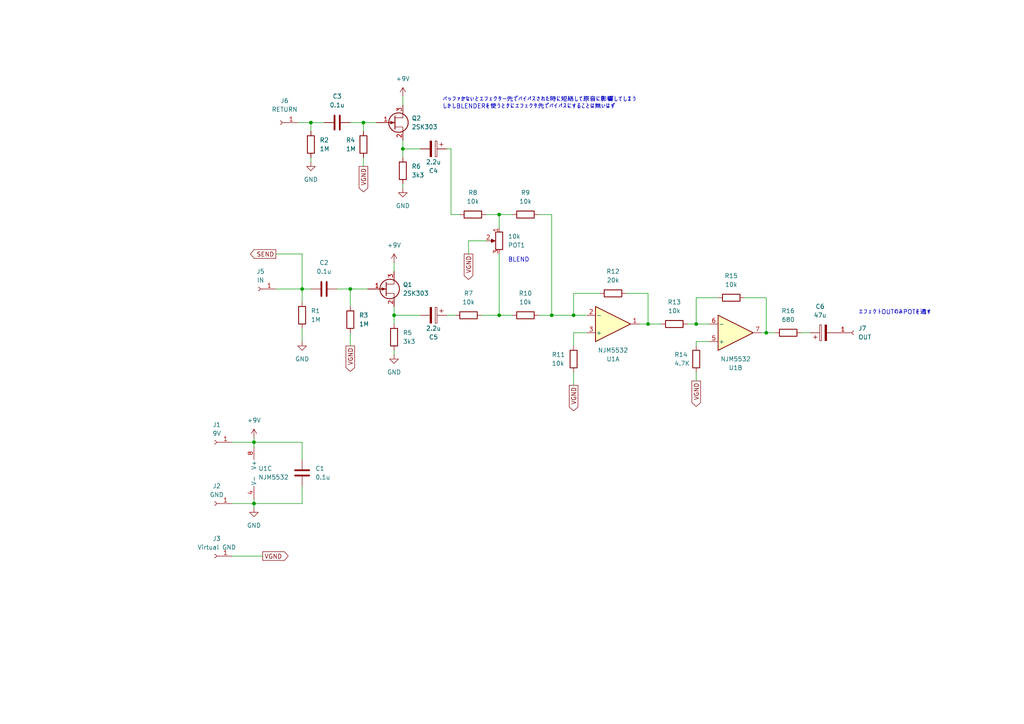
<source format=kicad_sch>
(kicad_sch (version 20211123) (generator eeschema)
  (paper "A4")
  (title_block (title "BLENDER V2.0") (date "2023-09-11") (rev "2.0") (company "ARAGI (101010.fun)"))
  (lib_symbols
    (symbol "Amplifier_Operational:NJM5532" (pin_names (offset 0.127))
      (property "Reference" "U" (at 0 5.08 0))
      (property "Value" "NJM5532" (at 0 -5.08 0))
      (symbol "NJM5532_1_1"
        (polyline (pts (xy -5.08 5.08) (xy 5.08 0) (xy -5.08 -5.08) (xy -5.08 5.08)) (stroke (width 0.254)) (fill (type background)))
        (pin output line (at 7.62 0 180) (length 2.54) (name "~") (number "1"))
        (pin input line (at -7.62 -2.54 0) (length 2.54) (name "-") (number "2"))
        (pin input line (at -7.62 2.54 0) (length 2.54) (name "+") (number "3"))
      )
      (symbol "NJM5532_2_1"
        (polyline (pts (xy -5.08 5.08) (xy 5.08 0) (xy -5.08 -5.08) (xy -5.08 5.08)) (stroke (width 0.254)) (fill (type background)))
        (pin input line (at -7.62 2.54 0) (length 2.54) (name "+") (number "5"))
        (pin input line (at -7.62 -2.54 0) (length 2.54) (name "-") (number "6"))
        (pin output line (at 7.62 0 180) (length 2.54) (name "~") (number "7"))
      )
      (symbol "NJM5532_3_1"
        (pin power_in line (at -2.54 -7.62 90) (length 3.81) (name "V-") (number "4"))
        (pin power_in line (at -2.54 7.62 270) (length 3.81) (name "V+") (number "8"))
      )
    )
    (symbol "Connector:Conn_01x01_Female" (pin_names (offset 1.016) hide)
      (property "Reference" "J" (at 0 2.54 0))
      (property "Value" "Conn_01x01_Female" (at 0 -2.54 0))
      (symbol "Conn_01x01_Female_1_1"
        (polyline (pts (xy -1.27 0) (xy -0.508 0)) (stroke (width 0.1524)))
        (arc (start 0 0.508) (mid -0.508 0) (end 0 -0.508) (stroke (width 0.1524)))
        (pin passive line (at -5.08 0 0) (length 3.81) (name "Pin_1") (number "1"))
      )
    )
    (symbol "Device:C" (pin_numbers hide) (pin_names (offset 0.254))
      (property "Reference" "C" (at 0.635 2.54 0))
      (property "Value" "C" (at 0.635 -2.54 0))
      (symbol "C_0_1"
        (polyline (pts (xy -2.032 -0.762) (xy 2.032 -0.762)) (stroke (width 0.508)))
        (polyline (pts (xy -2.032 0.762) (xy 2.032 0.762)) (stroke (width 0.508)))
      )
      (symbol "C_1_1"
        (pin passive line (at 0 3.81 270) (length 2.794) (name "~") (number "1"))
        (pin passive line (at 0 -3.81 90) (length 2.794) (name "~") (number "2"))
      )
    )
    (symbol "Device:C_Polarized" (pin_numbers hide) (pin_names (offset 0.254))
      (property "Reference" "C" (at 0.635 2.54 0))
      (property "Value" "C_Polarized" (at 0.635 -2.54 0))
      (symbol "C_Polarized_0_1"
        (rectangle (start -2.286 0.508) (end 2.286 1.016))
        (polyline (pts (xy -1.778 2.286) (xy -0.762 2.286)))
        (polyline (pts (xy -1.27 2.794) (xy -1.27 1.778)))
        (rectangle (start 2.286 -0.508) (end -2.286 -1.016) (fill (type outline)))
      )
      (symbol "C_Polarized_1_1"
        (pin passive line (at 0 3.81 270) (length 2.794) (name "~") (number "1"))
        (pin passive line (at 0 -3.81 90) (length 2.794) (name "~") (number "2"))
      )
    )
    (symbol "Device:Q_NJFET_GSD" (pin_names (offset 0) hide)
      (property "Reference" "Q" (at 5.08 1.27 0))
      (property "Value" "Q_NJFET_GSD" (at 5.08 -1.27 0))
      (symbol "Q_NJFET_GSD_0_1"
        (polyline (pts (xy 0.254 1.905) (xy 0.254 -1.905) (xy 0.254 -1.905)) (stroke (width 0.254)))
        (polyline (pts (xy 2.54 -2.54) (xy 2.54 -1.27) (xy 0.254 -1.27)))
        (polyline (pts (xy 2.54 2.54) (xy 2.54 1.397) (xy 0.254 1.397)))
        (polyline (pts (xy 0 0) (xy -1.016 0.381) (xy -1.016 -0.381) (xy 0 0)) (fill (type outline)))
        (circle (center 1.27 0) (radius 2.8194) (stroke (width 0.254)))
      )
      (symbol "Q_NJFET_GSD_1_1"
        (pin input line (at -5.08 0 0) (length 5.334) (name "G") (number "1"))
        (pin passive line (at 2.54 -5.08 90) (length 2.54) (name "S") (number "2"))
        (pin passive line (at 2.54 5.08 270) (length 2.54) (name "D") (number "3"))
      )
    )
    (symbol "Device:R" (pin_numbers hide) (pin_names (offset 0))
      (property "Reference" "R" (at 2.032 0 90))
      (property "Value" "R" (at 0 0 90))
      (symbol "R_0_1"
        (rectangle (start -1.016 -2.54) (end 1.016 2.54) (stroke (width 0.254)))
      )
      (symbol "R_1_1"
        (pin passive line (at 0 3.81 270) (length 1.27) (name "~") (number "1"))
        (pin passive line (at 0 -3.81 90) (length 1.27) (name "~") (number "2"))
      )
    )
    (symbol "Device:R_Potentiometer" (pin_names (offset 1.016) hide)
      (property "Reference" "RV" (at -4.445 0 90))
      (property "Value" "R_Potentiometer" (at -2.54 0 90))
      (symbol "R_Potentiometer_0_1"
        (polyline (pts (xy 2.54 0) (xy 1.524 0)))
        (polyline (pts (xy 1.143 0) (xy 2.286 0.508) (xy 2.286 -0.508) (xy 1.143 0)) (fill (type outline)))
        (rectangle (start 1.016 2.54) (end -1.016 -2.54) (stroke (width 0.254)))
      )
      (symbol "R_Potentiometer_1_1"
        (pin passive line (at 0 3.81 270) (length 1.27) (name "1") (number "1"))
        (pin passive line (at 3.81 0 180) (length 1.27) (name "2") (number "2"))
        (pin passive line (at 0 -3.81 90) (length 1.27) (name "3") (number "3"))
      )
    )
    (symbol "power:+9V" (power) (pin_names (offset 0))
      (property "Value" "+9V" (at 0 3.556 0))
      (symbol "+9V_0_1"
        (polyline (pts (xy -0.762 1.27) (xy 0 2.54)))
        (polyline (pts (xy 0 0) (xy 0 2.54)))
        (polyline (pts (xy 0 2.54) (xy 0.762 1.27)))
      )
      (symbol "+9V_1_1"
        (pin power_in line (at 0 0 90) (length 0) hide (name "+9V") (number "1"))
      )
    )
    (symbol "power:GND" (power) (pin_names (offset 0))
      (property "Value" "GND" (at 0 -3.81 0))
      (symbol "GND_0_1"
        (polyline (pts (xy 0 0) (xy 0 -1.27) (xy 1.27 -1.27) (xy 0 -2.54) (xy -1.27 -1.27) (xy 0 -1.27)))
      )
      (symbol "GND_1_1"
        (pin power_in line (at 0 0 270) (length 0) hide (name "GND") (number "1"))
      )
    )
  )
  (junction (at 105.41 35.56))
  (junction (at 166.37 91.44))
  (junction (at 114.3 91.44))
  (junction (at 187.96 93.98))
  (junction (at 101.6 83.82))
  (junction (at 144.78 91.44))
  (junction (at 116.84 43.18))
  (junction (at 144.78 62.23))
  (junction (at 201.93 93.98))
  (junction (at 160.02 91.44))
  (junction (at 90.17 35.56))
  (junction (at 73.66 128.27))
  (junction (at 73.66 146.05))
  (junction (at 87.63 83.82))
  (junction (at 222.25 96.52))
  (wire (pts (xy 166.37 91.44) (xy 170.18 91.44)))
  (wire (pts (xy 114.3 93.98) (xy 114.3 91.44)))
  (wire (pts (xy 201.93 107.95) (xy 201.93 110.49)))
  (wire (pts (xy 156.21 62.23) (xy 160.02 62.23)))
  (wire (pts (xy 222.25 96.52) (xy 220.98 96.52)))
  (wire (pts (xy 90.17 35.56) (xy 93.98 35.56)))
  (wire (pts (xy 73.66 128.27) (xy 87.63 128.27)))
  (wire (pts (xy 130.81 62.23) (xy 133.35 62.23)))
  (wire (pts (xy 73.66 146.05) (xy 87.63 146.05)))
  (wire (pts (xy 140.97 62.23) (xy 144.78 62.23)))
  (wire (pts (xy 90.17 45.72) (xy 90.17 46.99)))
  (wire (pts (xy 170.18 96.52) (xy 166.37 96.52)))
  (wire (pts (xy 105.41 35.56) (xy 109.22 35.56)))
  (wire (pts (xy 116.84 53.34) (xy 116.84 54.61)))
  (wire (pts (xy 114.3 91.44) (xy 114.3 88.9)))
  (wire (pts (xy 101.6 96.52) (xy 101.6 100.33)))
  (wire (pts (xy 135.89 69.85) (xy 140.97 69.85)))
  (wire (pts (xy 90.17 35.56) (xy 90.17 38.1)))
  (wire (pts (xy 101.6 35.56) (xy 105.41 35.56)))
  (wire (pts (xy 187.96 85.09) (xy 181.61 85.09)))
  (wire (pts (xy 232.41 96.52) (xy 234.95 96.52)))
  (wire (pts (xy 87.63 146.05) (xy 87.63 140.97)))
  (wire (pts (xy 73.66 128.27) (xy 67.31 128.27)))
  (wire (pts (xy 222.25 96.52) (xy 224.79 96.52)))
  (wire (pts (xy 101.6 83.82) (xy 106.68 83.82)))
  (wire (pts (xy 87.63 83.82) (xy 90.17 83.82)))
  (wire (pts (xy 222.25 86.36) (xy 222.25 96.52)))
  (wire (pts (xy 67.31 146.05) (xy 73.66 146.05)))
  (wire (pts (xy 114.3 76.2) (xy 114.3 78.74)))
  (wire (pts (xy 129.54 91.44) (xy 132.08 91.44)))
  (wire (pts (xy 73.66 127) (xy 73.66 128.27)))
  (wire (pts (xy 208.28 86.36) (xy 201.93 86.36)))
  (wire (pts (xy 144.78 62.23) (xy 144.78 66.04)))
  (wire (pts (xy 160.02 91.44) (xy 156.21 91.44)))
  (wire (pts (xy 105.41 35.56) (xy 105.41 38.1)))
  (wire (pts (xy 116.84 43.18) (xy 121.92 43.18)))
  (wire (pts (xy 73.66 144.78) (xy 73.66 146.05)))
  (wire (pts (xy 144.78 91.44) (xy 148.59 91.44)))
  (wire (pts (xy 87.63 128.27) (xy 87.63 133.35)))
  (wire (pts (xy 130.81 43.18) (xy 129.54 43.18)))
  (wire (pts (xy 87.63 83.82) (xy 87.63 87.63)))
  (wire (pts (xy 116.84 40.64) (xy 116.84 43.18)))
  (wire (pts (xy 101.6 83.82) (xy 101.6 88.9)))
  (wire (pts (xy 67.31 161.29) (xy 76.2 161.29)))
  (wire (pts (xy 135.89 69.85) (xy 135.89 73.66)))
  (wire (pts (xy 201.93 93.98) (xy 205.74 93.98)))
  (wire (pts (xy 130.81 43.18) (xy 130.81 62.23)))
  (wire (pts (xy 166.37 107.95) (xy 166.37 111.76)))
  (wire (pts (xy 215.9 86.36) (xy 222.25 86.36)))
  (wire (pts (xy 87.63 73.66) (xy 87.63 83.82)))
  (wire (pts (xy 144.78 62.23) (xy 148.59 62.23)))
  (wire (pts (xy 166.37 96.52) (xy 166.37 100.33)))
  (wire (pts (xy 139.7 91.44) (xy 144.78 91.44)))
  (wire (pts (xy 116.84 27.94) (xy 116.84 30.48)))
  (wire (pts (xy 105.41 45.72) (xy 105.41 48.26)))
  (wire (pts (xy 201.93 99.06) (xy 201.93 100.33)))
  (wire (pts (xy 80.01 83.82) (xy 87.63 83.82)))
  (wire (pts (xy 166.37 85.09) (xy 173.99 85.09)))
  (wire (pts (xy 205.74 99.06) (xy 201.93 99.06)))
  (wire (pts (xy 114.3 101.6) (xy 114.3 102.87)))
  (wire (pts (xy 114.3 91.44) (xy 121.92 91.44)))
  (wire (pts (xy 160.02 91.44) (xy 166.37 91.44)))
  (wire (pts (xy 86.36 35.56) (xy 90.17 35.56)))
  (wire (pts (xy 201.93 86.36) (xy 201.93 93.98)))
  (wire (pts (xy 187.96 93.98) (xy 187.96 85.09)))
  (wire (pts (xy 144.78 91.44) (xy 144.78 73.66)))
  (wire (pts (xy 160.02 62.23) (xy 160.02 91.44)))
  (wire (pts (xy 97.79 83.82) (xy 101.6 83.82)))
  (wire (pts (xy 185.42 93.98) (xy 187.96 93.98)))
  (wire (pts (xy 73.66 146.05) (xy 73.66 147.32)))
  (wire (pts (xy 80.01 73.66) (xy 87.63 73.66)))
  (wire (pts (xy 87.63 95.25) (xy 87.63 99.06)))
  (wire (pts (xy 73.66 128.27) (xy 73.66 129.54)))
  (wire (pts (xy 199.39 93.98) (xy 201.93 93.98)))
  (wire (pts (xy 187.96 93.98) (xy 191.77 93.98)))
  (wire (pts (xy 116.84 43.18) (xy 116.84 45.72)))
  (wire (pts (xy 166.37 85.09) (xy 166.37 91.44)))
  (text "BLEND" (at 147.32 76.2 0) (effects (font (size 1.27 1.27)) (justify left bottom)))
  (text "エフェクトOUTのみPOTを通す" (at 248.92 91.44 0) (effects (font (size 1.27 1.27)) (justify left bottom)))
  (text "バッファがないとエフェクター先でバイパスされた時に短絡して原音に影響してしまう\nしかしBLENDERを使うときにエフェクタ先でバイパスにすることは無いはず" (at 128.27 31.75 0) (effects (font (size 1.27 1.27)) (justify left bottom)))
  (global_label "VGND" (shape output) (at 76.2 161.29 0) (property "Intersheet References" "${INTERSHEET_REFS}" (effects hide)))
  (global_label "SEND" (shape output) (at 80.01 73.66 180) (property "Intersheet References" "${INTERSHEET_REFS}" (effects hide)))
  (global_label "VGND" (shape output) (at 166.37 111.76 270) (property "Intersheet References" "${INTERSHEET_REFS}" (effects hide)))
  (global_label "VGND" (shape output) (at 135.89 73.66 270) (property "Intersheet References" "${INTERSHEET_REFS}" (effects hide)))
  (global_label "VGND" (shape output) (at 201.93 110.49 270) (property "Intersheet References" "${INTERSHEET_REFS}" (effects hide)))
  (global_label "VGND" (shape output) (at 105.41 48.26 270) (property "Intersheet References" "${INTERSHEET_REFS}" (effects hide)))
  (global_label "VGND" (shape output) (at 101.6 100.33 270) (property "Intersheet References" "${INTERSHEET_REFS}" (effects hide)))
  (symbol (lib_id "power:+9V") (at 73.66 127 0) (unit 1)
    (property "Reference" "#PWR01" (effects hide))
    (property "Value" "+9V" (at 73.66 121.92 0))
  )
  (symbol (lib_id "Connector:Conn_01x01_Female") (at 74.93 83.82 180) (unit 1)
    (property "Reference" "J5" (at 75.565 78.74 0))
    (property "Value" "IN" (at 75.565 81.28 0))
    (property "Footprint" "My_Parts:Header_Pin_1p_Large" (effects hide))
  )
  (symbol (lib_id "Device:R") (at 101.6 92.71 0) (unit 1)
    (property "Reference" "R3" (at 104.14 91.4399 0) (effects (justify left)))
    (property "Value" "1M" (at 104.14 93.9799 0) (effects (justify left)))
    (property "Footprint" "My_Parts:R_Normal" (effects hide))
  )
  (symbol (lib_id "power:+9V") (at 116.84 27.94 0) (unit 1)
    (property "Reference" "#PWR07" (effects hide))
    (property "Value" "+9V" (at 116.84 22.86 0))
  )
  (symbol (lib_id "Connector:Conn_01x01_Female") (at 62.23 128.27 180) (unit 1)
    (property "Reference" "J1" (at 62.865 123.19 0))
    (property "Value" "9V" (at 62.865 125.73 0))
    (property "Footprint" "My_Parts:Header_Pin_1p_Large" (effects hide))
  )
  (symbol (lib_id "Device:Q_NJFET_GSD") (at 111.76 83.82 0) (unit 1)
    (property "Reference" "Q1" (at 116.84 82.5499 0) (effects (justify left)))
    (property "Value" "2SK303" (at 116.84 85.0899 0) (effects (justify left)))
    (property "Footprint" "My_Parts:FET_GSD" (effects hide))
  )
  (symbol (lib_id "Device:R") (at 135.89 91.44 90) (unit 1)
    (property "Reference" "R7" (at 135.89 85.09 90))
    (property "Value" "10k" (at 135.89 87.63 90))
    (property "Footprint" "My_Parts:R_Normal" (effects hide))
  )
  (symbol (lib_id "Device:C") (at 93.98 83.82 90) (unit 1)
    (property "Reference" "C2" (at 93.98 76.2 90))
    (property "Value" "0.1u" (at 93.98 78.74 90))
    (property "Footprint" "My_Parts:C_Poly_8mm" (effects hide))
  )
  (symbol (lib_id "Device:R") (at 177.8 85.09 90) (unit 1)
    (property "Reference" "R12" (at 177.8 78.74 90))
    (property "Value" "20k" (at 177.8 81.28 90))
    (property "Footprint" "My_Parts:R_Normal" (effects hide))
  )
  (symbol (lib_id "Device:R") (at 212.09 86.36 90) (unit 1)
    (property "Reference" "R15" (at 212.09 80.01 90))
    (property "Value" "10k" (at 212.09 82.55 90))
    (property "Footprint" "My_Parts:R_Normal" (effects hide))
  )
  (symbol (lib_id "Device:R") (at 114.3 97.79 0) (unit 1)
    (property "Reference" "R5" (at 116.84 96.5199 0) (effects (justify left)))
    (property "Value" "3k3" (at 116.84 99.0599 0) (effects (justify left)))
    (property "Footprint" "My_Parts:R_Normal" (effects hide))
  )
  (symbol (lib_id "Connector:Conn_01x01_Female") (at 81.28 35.56 180) (unit 1)
    (property "Reference" "J6" (at 82.55 29.21 0))
    (property "Value" "RETURN" (at 82.55 31.75 0))
    (property "Footprint" "My_Parts:Header_Pin_1p_Large" (effects hide))
  )
  (symbol (lib_id "Device:R") (at 201.93 104.14 0) (unit 1)
    (property "Reference" "R14" (at 195.58 102.87 0) (effects (justify left)))
    (property "Value" "4.7K" (at 195.58 105.41 0) (effects (justify left)))
    (property "Footprint" "My_Parts:R_Normal" (effects hide))
  )
  (symbol (lib_id "Amplifier_Operational:NJM5532") (at 177.8 93.98 0) (mirror x) (unit 1)
    (property "Reference" "U1" (at 177.8 104.14 0))
    (property "Value" "NJM5532" (at 177.8 101.6 0))
    (property "Footprint" "My_Parts:DIP-8" (effects hide))
    (property "Datasheet" "http://www.njr.com/semicon/PDF/NJM5532_E.pdf" (effects hide))
  )
  (symbol (lib_id "Device:R") (at 195.58 93.98 90) (unit 1)
    (property "Reference" "R13" (at 195.58 87.63 90))
    (property "Value" "10k" (at 195.58 90.17 90))
    (property "Footprint" "My_Parts:R_Normal" (effects hide))
  )
  (symbol (lib_id "Device:R") (at 105.41 41.91 0) (unit 1)
    (property "Reference" "R4" (at 100.33 40.64 0) (effects (justify left)))
    (property "Value" "1M" (at 100.33 43.18 0) (effects (justify left)))
    (property "Footprint" "My_Parts:R_Normal" (effects hide))
  )
  (symbol (lib_id "power:+9V") (at 114.3 76.2 0) (unit 1)
    (property "Reference" "#PWR05" (effects hide))
    (property "Value" "+9V" (at 114.3 71.12 0))
  )
  (symbol (lib_id "Device:R") (at 152.4 62.23 90) (unit 1)
    (property "Reference" "R9" (at 152.4 55.88 90))
    (property "Value" "10k" (at 152.4 58.42 90))
    (property "Footprint" "My_Parts:R_Normal" (effects hide))
  )
  (symbol (lib_id "power:GND") (at 116.84 54.61 0) (unit 1)
    (property "Reference" "#PWR08" (effects hide))
    (property "Value" "GND" (at 116.84 59.69 0))
  )
  (symbol (lib_id "Device:R") (at 152.4 91.44 90) (unit 1)
    (property "Reference" "R10" (at 152.4 85.09 90))
    (property "Value" "10k" (at 152.4 87.63 90))
    (property "Footprint" "My_Parts:R_Normal" (effects hide))
  )
  (symbol (lib_id "Device:C_Polarized") (at 125.73 43.18 270) (unit 1)
    (property "Reference" "C4" (at 125.73 49.53 90))
    (property "Value" "2.2u" (at 125.73 46.99 90))
    (property "Footprint" "My_Parts:CP_5mm" (effects hide))
  )
  (symbol (lib_id "Connector:Conn_01x01_Female") (at 62.23 161.29 180) (unit 1)
    (property "Reference" "J3" (at 62.865 156.21 0))
    (property "Value" "Virtual GND" (at 62.865 158.75 0))
    (property "Footprint" "My_Parts:Header_Pin_1p_Large" (effects hide))
  )
  (symbol (lib_id "Device:R") (at 228.6 96.52 90) (unit 1)
    (property "Reference" "R16" (at 228.6 90.17 90))
    (property "Value" "680" (at 228.6 92.71 90))
    (property "Footprint" "My_Parts:R_Normal" (effects hide))
  )
  (symbol (lib_id "Device:R") (at 87.63 91.44 0) (unit 1)
    (property "Reference" "R1" (at 90.17 90.1699 0) (effects (justify left)))
    (property "Value" "1M" (at 90.17 92.7099 0) (effects (justify left)))
    (property "Footprint" "My_Parts:R_Normal" (effects hide))
  )
  (symbol (lib_id "Device:R") (at 116.84 49.53 0) (unit 1)
    (property "Reference" "R6" (at 119.38 48.2599 0) (effects (justify left)))
    (property "Value" "3k3" (at 119.38 50.7999 0) (effects (justify left)))
    (property "Footprint" "My_Parts:R_Normal" (effects hide))
  )
  (symbol (lib_id "Amplifier_Operational:NJM5532") (at 213.36 96.52 0) (mirror x) (unit 2)
    (property "Reference" "U1" (at 213.36 106.68 0))
    (property "Value" "NJM5532" (at 213.36 104.14 0))
    (property "Footprint" "My_Parts:DIP-8" (effects hide))
    (property "Datasheet" "http://www.njr.com/semicon/PDF/NJM5532_E.pdf" (effects hide))
  )
  (symbol (lib_id "Amplifier_Operational:NJM5532") (at 76.2 137.16 0) (unit 3)
    (property "Reference" "U1" (at 74.93 135.8899 0) (effects (justify left)))
    (property "Value" "NJM5532" (at 74.93 138.4299 0) (effects (justify left)))
    (property "Footprint" "My_Parts:DIP-8" (effects hide))
    (property "Datasheet" "http://www.njr.com/semicon/PDF/NJM5532_E.pdf" (effects hide))
  )
  (symbol (lib_id "Device:C_Polarized") (at 238.76 96.52 90) (unit 1)
    (property "Reference" "C6" (at 237.871 88.9 90))
    (property "Value" "47u" (at 237.871 91.44 90))
    (property "Footprint" "My_Parts:CP_5mm" (effects hide))
  )
  (symbol (lib_id "Device:R") (at 166.37 104.14 180) (unit 1)
    (property "Reference" "R11" (at 160.02 102.87 0) (effects (justify right)))
    (property "Value" "10k" (at 160.02 105.41 0) (effects (justify right)))
    (property "Footprint" "My_Parts:R_Normal" (effects hide))
  )
  (symbol (lib_id "Device:R") (at 137.16 62.23 90) (unit 1)
    (property "Reference" "R8" (at 137.16 55.88 90))
    (property "Value" "10k" (at 137.16 58.42 90))
    (property "Footprint" "My_Parts:R_Normal" (effects hide))
  )
  (symbol (lib_id "power:GND") (at 90.17 46.99 0) (unit 1)
    (property "Reference" "#PWR04" (effects hide))
    (property "Value" "GND" (at 90.17 52.07 0))
  )
  (symbol (lib_id "Device:C") (at 87.63 137.16 0) (unit 1)
    (property "Reference" "C1" (at 91.44 135.89 0) (effects (justify left)))
    (property "Value" "0.1u" (at 91.44 138.43 0) (effects (justify left)))
    (property "Footprint" "My_Parts:C_Poly_5mm" (effects hide))
  )
  (symbol (lib_id "power:GND") (at 114.3 102.87 0) (unit 1)
    (property "Reference" "#PWR06" (effects hide))
    (property "Value" "GND" (at 114.3 107.95 0))
  )
  (symbol (lib_id "Device:C") (at 97.79 35.56 90) (unit 1)
    (property "Reference" "C3" (at 97.79 27.94 90))
    (property "Value" "0.1u" (at 97.79 30.48 90))
    (property "Footprint" "My_Parts:C_Poly_8mm" (effects hide))
  )
  (symbol (lib_id "Device:Q_NJFET_GSD") (at 114.3 35.56 0) (unit 1)
    (property "Reference" "Q2" (at 119.38 34.2899 0) (effects (justify left)))
    (property "Value" "2SK303" (at 119.38 36.8299 0) (effects (justify left)))
    (property "Footprint" "My_Parts:FET_GSD" (effects hide))
  )
  (symbol (lib_id "Device:R_Potentiometer") (at 144.78 69.85 0) (mirror y) (unit 1)
    (property "Reference" "POT1" (at 147.32 71.1201 0) (effects (justify right)))
    (property "Value" "10k" (at 147.32 68.5801 0) (effects (justify right)))
    (property "Footprint" "My_Parts:Header_Pin_3p" (effects hide))
  )
  (symbol (lib_id "Connector:Conn_01x01_Female") (at 247.65 96.52 0) (unit 1)
    (property "Reference" "J7" (at 248.92 95.2499 0) (effects (justify left)))
    (property "Value" "OUT" (at 248.92 97.7899 0) (effects (justify left)))
    (property "Footprint" "My_Parts:Header_Pin_1p_Large" (effects hide))
  )
  (symbol (lib_id "power:GND") (at 87.63 99.06 0) (unit 1)
    (property "Reference" "#PWR03" (effects hide))
    (property "Value" "GND" (at 87.63 104.14 0))
  )
  (symbol (lib_id "Device:R") (at 90.17 41.91 0) (unit 1)
    (property "Reference" "R2" (at 92.71 40.6399 0) (effects (justify left)))
    (property "Value" "1M" (at 92.71 43.1799 0) (effects (justify left)))
    (property "Footprint" "My_Parts:R_Normal" (effects hide))
  )
  (symbol (lib_id "Connector:Conn_01x01_Female") (at 62.23 146.05 180) (unit 1)
    (property "Reference" "J2" (at 62.865 140.97 0))
    (property "Value" "GND" (at 62.865 143.51 0))
    (property "Footprint" "My_Parts:Header_Pin_1p_Large" (effects hide))
  )
  (symbol (lib_id "Device:C_Polarized") (at 125.73 91.44 270) (unit 1)
    (property "Reference" "C5" (at 125.73 97.79 90))
    (property "Value" "2.2u" (at 125.73 95.25 90))
    (property "Footprint" "My_Parts:CP_5mm" (effects hide))
  )
  (symbol (lib_id "power:GND") (at 73.66 147.32 0) (unit 1)
    (property "Reference" "#PWR02" (effects hide))
    (property "Value" "GND" (at 73.66 152.4 0))
  )
)
</source>
